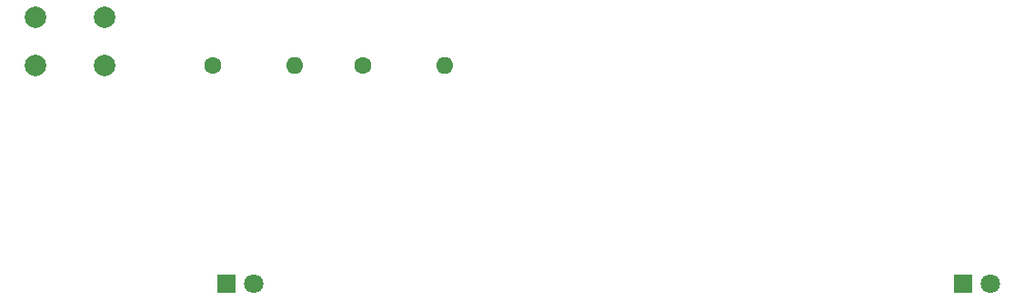
<source format=gbr>
%TF.GenerationSoftware,KiCad,Pcbnew,7.0.5-0*%
%TF.CreationDate,2025-06-01T12:15:49-04:00*%
%TF.ProjectId,Solder,536f6c64-6572-42e6-9b69-6361645f7063,rev?*%
%TF.SameCoordinates,Original*%
%TF.FileFunction,Soldermask,Top*%
%TF.FilePolarity,Negative*%
%FSLAX46Y46*%
G04 Gerber Fmt 4.6, Leading zero omitted, Abs format (unit mm)*
G04 Created by KiCad (PCBNEW 7.0.5-0) date 2025-06-01 12:15:49*
%MOMM*%
%LPD*%
G01*
G04 APERTURE LIST*
%ADD10C,2.000000*%
%ADD11C,1.600000*%
%ADD12O,1.600000X1.600000*%
%ADD13R,1.800000X1.800000*%
%ADD14C,1.800000*%
G04 APERTURE END LIST*
D10*
%TO.C,SW1*%
X93980000Y-104140000D03*
X100480000Y-104140000D03*
X93980000Y-99640000D03*
X100480000Y-99640000D03*
%TD*%
D11*
%TO.C,R2*%
X124460000Y-104140000D03*
D12*
X132080000Y-104140000D03*
%TD*%
D11*
%TO.C,R1*%
X110490000Y-104140000D03*
D12*
X118110000Y-104140000D03*
%TD*%
D13*
%TO.C,D2*%
X180340000Y-124460000D03*
D14*
X182880000Y-124460000D03*
%TD*%
%TO.C,D1*%
X114300000Y-124460000D03*
D13*
X111760000Y-124460000D03*
%TD*%
M02*

</source>
